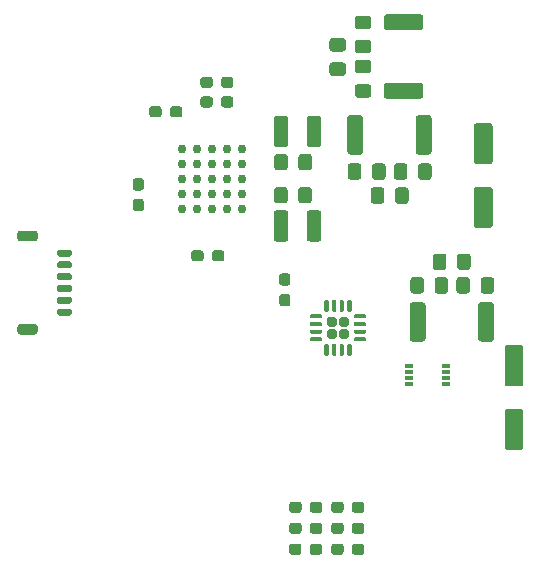
<source format=gbr>
%TF.GenerationSoftware,KiCad,Pcbnew,(5.1.6)-1*%
%TF.CreationDate,2020-12-16T03:52:29+01:00*%
%TF.ProjectId,bms,626d732e-6b69-4636-9164-5f7063625858,rev?*%
%TF.SameCoordinates,Original*%
%TF.FileFunction,Paste,Top*%
%TF.FilePolarity,Positive*%
%FSLAX46Y46*%
G04 Gerber Fmt 4.6, Leading zero omitted, Abs format (unit mm)*
G04 Created by KiCad (PCBNEW (5.1.6)-1) date 2020-12-16 03:52:29*
%MOMM*%
%LPD*%
G01*
G04 APERTURE LIST*
%ADD10C,0.750000*%
%ADD11R,0.800000X0.300000*%
G04 APERTURE END LIST*
%TO.C,C7*%
G36*
G01*
X125250000Y-84550000D02*
X124150000Y-84550000D01*
G75*
G02*
X123900000Y-84300000I0J250000D01*
G01*
X123900000Y-81300000D01*
G75*
G02*
X124150000Y-81050000I250000J0D01*
G01*
X125250000Y-81050000D01*
G75*
G02*
X125500000Y-81300000I0J-250000D01*
G01*
X125500000Y-84300000D01*
G75*
G02*
X125250000Y-84550000I-250000J0D01*
G01*
G37*
G36*
G01*
X125250000Y-89950000D02*
X124150000Y-89950000D01*
G75*
G02*
X123900000Y-89700000I0J250000D01*
G01*
X123900000Y-86700000D01*
G75*
G02*
X124150000Y-86450000I250000J0D01*
G01*
X125250000Y-86450000D01*
G75*
G02*
X125500000Y-86700000I0J-250000D01*
G01*
X125500000Y-89700000D01*
G75*
G02*
X125250000Y-89950000I-250000J0D01*
G01*
G37*
%TD*%
%TO.C,C8*%
G36*
G01*
X126750000Y-99850000D02*
X127850000Y-99850000D01*
G75*
G02*
X128100000Y-100100000I0J-250000D01*
G01*
X128100000Y-103100000D01*
G75*
G02*
X127850000Y-103350000I-250000J0D01*
G01*
X126750000Y-103350000D01*
G75*
G02*
X126500000Y-103100000I0J250000D01*
G01*
X126500000Y-100100000D01*
G75*
G02*
X126750000Y-99850000I250000J0D01*
G01*
G37*
G36*
G01*
X126750000Y-105250000D02*
X127850000Y-105250000D01*
G75*
G02*
X128100000Y-105500000I0J-250000D01*
G01*
X128100000Y-108500000D01*
G75*
G02*
X127850000Y-108750000I-250000J0D01*
G01*
X126750000Y-108750000D01*
G75*
G02*
X126500000Y-108500000I0J250000D01*
G01*
X126500000Y-105500000D01*
G75*
G02*
X126750000Y-105250000I250000J0D01*
G01*
G37*
%TD*%
%TO.C,C10*%
G36*
G01*
X122475000Y-93250001D02*
X122475000Y-92349999D01*
G75*
G02*
X122724999Y-92100000I249999J0D01*
G01*
X123375001Y-92100000D01*
G75*
G02*
X123625000Y-92349999I0J-249999D01*
G01*
X123625000Y-93250001D01*
G75*
G02*
X123375001Y-93500000I-249999J0D01*
G01*
X122724999Y-93500000D01*
G75*
G02*
X122475000Y-93250001I0J249999D01*
G01*
G37*
G36*
G01*
X120425000Y-93250001D02*
X120425000Y-92349999D01*
G75*
G02*
X120674999Y-92100000I249999J0D01*
G01*
X121325001Y-92100000D01*
G75*
G02*
X121575000Y-92349999I0J-249999D01*
G01*
X121575000Y-93250001D01*
G75*
G02*
X121325001Y-93500000I-249999J0D01*
G01*
X120674999Y-93500000D01*
G75*
G02*
X120425000Y-93250001I0J249999D01*
G01*
G37*
%TD*%
%TO.C,C14*%
G36*
G01*
X110204500Y-83915499D02*
X110204500Y-84815501D01*
G75*
G02*
X109954501Y-85065500I-249999J0D01*
G01*
X109304499Y-85065500D01*
G75*
G02*
X109054500Y-84815501I0J249999D01*
G01*
X109054500Y-83915499D01*
G75*
G02*
X109304499Y-83665500I249999J0D01*
G01*
X109954501Y-83665500D01*
G75*
G02*
X110204500Y-83915499I0J-249999D01*
G01*
G37*
G36*
G01*
X108154500Y-83915499D02*
X108154500Y-84815501D01*
G75*
G02*
X107904501Y-85065500I-249999J0D01*
G01*
X107254499Y-85065500D01*
G75*
G02*
X107004500Y-84815501I0J249999D01*
G01*
X107004500Y-83915499D01*
G75*
G02*
X107254499Y-83665500I249999J0D01*
G01*
X107904501Y-83665500D01*
G75*
G02*
X108154500Y-83915499I0J-249999D01*
G01*
G37*
%TD*%
%TO.C,C9*%
G36*
G01*
X115175000Y-87650001D02*
X115175000Y-86749999D01*
G75*
G02*
X115424999Y-86500000I249999J0D01*
G01*
X116075001Y-86500000D01*
G75*
G02*
X116325000Y-86749999I0J-249999D01*
G01*
X116325000Y-87650001D01*
G75*
G02*
X116075001Y-87900000I-249999J0D01*
G01*
X115424999Y-87900000D01*
G75*
G02*
X115175000Y-87650001I0J249999D01*
G01*
G37*
G36*
G01*
X117225000Y-87650001D02*
X117225000Y-86749999D01*
G75*
G02*
X117474999Y-86500000I249999J0D01*
G01*
X118125001Y-86500000D01*
G75*
G02*
X118375000Y-86749999I0J-249999D01*
G01*
X118375000Y-87650001D01*
G75*
G02*
X118125001Y-87900000I-249999J0D01*
G01*
X117474999Y-87900000D01*
G75*
G02*
X117225000Y-87650001I0J249999D01*
G01*
G37*
%TD*%
%TO.C,R21*%
G36*
G01*
X117125000Y-85617501D02*
X117125000Y-84717499D01*
G75*
G02*
X117374999Y-84467500I249999J0D01*
G01*
X118025001Y-84467500D01*
G75*
G02*
X118275000Y-84717499I0J-249999D01*
G01*
X118275000Y-85617501D01*
G75*
G02*
X118025001Y-85867500I-249999J0D01*
G01*
X117374999Y-85867500D01*
G75*
G02*
X117125000Y-85617501I0J249999D01*
G01*
G37*
G36*
G01*
X119175000Y-85617501D02*
X119175000Y-84717499D01*
G75*
G02*
X119424999Y-84467500I249999J0D01*
G01*
X120075001Y-84467500D01*
G75*
G02*
X120325000Y-84717499I0J-249999D01*
G01*
X120325000Y-85617501D01*
G75*
G02*
X120075001Y-85867500I-249999J0D01*
G01*
X119424999Y-85867500D01*
G75*
G02*
X119175000Y-85617501I0J249999D01*
G01*
G37*
%TD*%
%TO.C,R17*%
G36*
G01*
X113180000Y-83481001D02*
X113180000Y-80630999D01*
G75*
G02*
X113429999Y-80381000I249999J0D01*
G01*
X114280001Y-80381000D01*
G75*
G02*
X114530000Y-80630999I0J-249999D01*
G01*
X114530000Y-83481001D01*
G75*
G02*
X114280001Y-83731000I-249999J0D01*
G01*
X113429999Y-83731000D01*
G75*
G02*
X113180000Y-83481001I0J249999D01*
G01*
G37*
G36*
G01*
X118980000Y-83481001D02*
X118980000Y-80630999D01*
G75*
G02*
X119229999Y-80381000I249999J0D01*
G01*
X120080001Y-80381000D01*
G75*
G02*
X120330000Y-80630999I0J-249999D01*
G01*
X120330000Y-83481001D01*
G75*
G02*
X120080001Y-83731000I-249999J0D01*
G01*
X119229999Y-83731000D01*
G75*
G02*
X118980000Y-83481001I0J249999D01*
G01*
G37*
%TD*%
%TO.C,R20*%
G36*
G01*
X114375000Y-84717499D02*
X114375000Y-85617501D01*
G75*
G02*
X114125001Y-85867500I-249999J0D01*
G01*
X113474999Y-85867500D01*
G75*
G02*
X113225000Y-85617501I0J249999D01*
G01*
X113225000Y-84717499D01*
G75*
G02*
X113474999Y-84467500I249999J0D01*
G01*
X114125001Y-84467500D01*
G75*
G02*
X114375000Y-84717499I0J-249999D01*
G01*
G37*
G36*
G01*
X116425000Y-84717499D02*
X116425000Y-85617501D01*
G75*
G02*
X116175001Y-85867500I-249999J0D01*
G01*
X115524999Y-85867500D01*
G75*
G02*
X115275000Y-85617501I0J249999D01*
G01*
X115275000Y-84717499D01*
G75*
G02*
X115524999Y-84467500I249999J0D01*
G01*
X116175001Y-84467500D01*
G75*
G02*
X116425000Y-84717499I0J-249999D01*
G01*
G37*
%TD*%
%TO.C,R23*%
G36*
G01*
X122425000Y-95250001D02*
X122425000Y-94349999D01*
G75*
G02*
X122674999Y-94100000I249999J0D01*
G01*
X123325001Y-94100000D01*
G75*
G02*
X123575000Y-94349999I0J-249999D01*
G01*
X123575000Y-95250001D01*
G75*
G02*
X123325001Y-95500000I-249999J0D01*
G01*
X122674999Y-95500000D01*
G75*
G02*
X122425000Y-95250001I0J249999D01*
G01*
G37*
G36*
G01*
X124475000Y-95250001D02*
X124475000Y-94349999D01*
G75*
G02*
X124724999Y-94100000I249999J0D01*
G01*
X125375001Y-94100000D01*
G75*
G02*
X125625000Y-94349999I0J-249999D01*
G01*
X125625000Y-95250001D01*
G75*
G02*
X125375001Y-95500000I-249999J0D01*
G01*
X124724999Y-95500000D01*
G75*
G02*
X124475000Y-95250001I0J249999D01*
G01*
G37*
%TD*%
%TO.C,R22*%
G36*
G01*
X121725000Y-94349999D02*
X121725000Y-95250001D01*
G75*
G02*
X121475001Y-95500000I-249999J0D01*
G01*
X120824999Y-95500000D01*
G75*
G02*
X120575000Y-95250001I0J249999D01*
G01*
X120575000Y-94349999D01*
G75*
G02*
X120824999Y-94100000I249999J0D01*
G01*
X121475001Y-94100000D01*
G75*
G02*
X121725000Y-94349999I0J-249999D01*
G01*
G37*
G36*
G01*
X119675000Y-94349999D02*
X119675000Y-95250001D01*
G75*
G02*
X119425001Y-95500000I-249999J0D01*
G01*
X118774999Y-95500000D01*
G75*
G02*
X118525000Y-95250001I0J249999D01*
G01*
X118525000Y-94349999D01*
G75*
G02*
X118774999Y-94100000I249999J0D01*
G01*
X119425001Y-94100000D01*
G75*
G02*
X119675000Y-94349999I0J-249999D01*
G01*
G37*
%TD*%
%TO.C,VALID*%
G36*
G01*
X108273000Y-113826500D02*
X108273000Y-113351500D01*
G75*
G02*
X108510500Y-113114000I237500J0D01*
G01*
X109085500Y-113114000D01*
G75*
G02*
X109323000Y-113351500I0J-237500D01*
G01*
X109323000Y-113826500D01*
G75*
G02*
X109085500Y-114064000I-237500J0D01*
G01*
X108510500Y-114064000D01*
G75*
G02*
X108273000Y-113826500I0J237500D01*
G01*
G37*
G36*
G01*
X110023000Y-113826500D02*
X110023000Y-113351500D01*
G75*
G02*
X110260500Y-113114000I237500J0D01*
G01*
X110835500Y-113114000D01*
G75*
G02*
X111073000Y-113351500I0J-237500D01*
G01*
X111073000Y-113826500D01*
G75*
G02*
X110835500Y-114064000I-237500J0D01*
G01*
X110260500Y-114064000D01*
G75*
G02*
X110023000Y-113826500I0J237500D01*
G01*
G37*
%TD*%
%TO.C,F2*%
G36*
G01*
X111004500Y-88688000D02*
X111004500Y-90838000D01*
G75*
G02*
X110754500Y-91088000I-250000J0D01*
G01*
X110004500Y-91088000D01*
G75*
G02*
X109754500Y-90838000I0J250000D01*
G01*
X109754500Y-88688000D01*
G75*
G02*
X110004500Y-88438000I250000J0D01*
G01*
X110754500Y-88438000D01*
G75*
G02*
X111004500Y-88688000I0J-250000D01*
G01*
G37*
G36*
G01*
X108204500Y-88688000D02*
X108204500Y-90838000D01*
G75*
G02*
X107954500Y-91088000I-250000J0D01*
G01*
X107204500Y-91088000D01*
G75*
G02*
X106954500Y-90838000I0J250000D01*
G01*
X106954500Y-88688000D01*
G75*
G02*
X107204500Y-88438000I250000J0D01*
G01*
X107954500Y-88438000D01*
G75*
G02*
X108204500Y-88688000I0J-250000D01*
G01*
G37*
%TD*%
%TO.C,WARN*%
G36*
G01*
X108273000Y-115604500D02*
X108273000Y-115129500D01*
G75*
G02*
X108510500Y-114892000I237500J0D01*
G01*
X109085500Y-114892000D01*
G75*
G02*
X109323000Y-115129500I0J-237500D01*
G01*
X109323000Y-115604500D01*
G75*
G02*
X109085500Y-115842000I-237500J0D01*
G01*
X108510500Y-115842000D01*
G75*
G02*
X108273000Y-115604500I0J237500D01*
G01*
G37*
G36*
G01*
X110023000Y-115604500D02*
X110023000Y-115129500D01*
G75*
G02*
X110260500Y-114892000I237500J0D01*
G01*
X110835500Y-114892000D01*
G75*
G02*
X111073000Y-115129500I0J-237500D01*
G01*
X111073000Y-115604500D01*
G75*
G02*
X110835500Y-115842000I-237500J0D01*
G01*
X110260500Y-115842000D01*
G75*
G02*
X110023000Y-115604500I0J237500D01*
G01*
G37*
%TD*%
%TO.C,C15*%
G36*
G01*
X108136500Y-86709499D02*
X108136500Y-87609501D01*
G75*
G02*
X107886501Y-87859500I-249999J0D01*
G01*
X107236499Y-87859500D01*
G75*
G02*
X106986500Y-87609501I0J249999D01*
G01*
X106986500Y-86709499D01*
G75*
G02*
X107236499Y-86459500I249999J0D01*
G01*
X107886501Y-86459500D01*
G75*
G02*
X108136500Y-86709499I0J-249999D01*
G01*
G37*
G36*
G01*
X110186500Y-86709499D02*
X110186500Y-87609501D01*
G75*
G02*
X109936501Y-87859500I-249999J0D01*
G01*
X109286499Y-87859500D01*
G75*
G02*
X109036500Y-87609501I0J249999D01*
G01*
X109036500Y-86709499D01*
G75*
G02*
X109286499Y-86459500I249999J0D01*
G01*
X109936501Y-86459500D01*
G75*
G02*
X110186500Y-86709499I0J-249999D01*
G01*
G37*
%TD*%
%TO.C,CRIT*%
G36*
G01*
X110009000Y-117382500D02*
X110009000Y-116907500D01*
G75*
G02*
X110246500Y-116670000I237500J0D01*
G01*
X110821500Y-116670000D01*
G75*
G02*
X111059000Y-116907500I0J-237500D01*
G01*
X111059000Y-117382500D01*
G75*
G02*
X110821500Y-117620000I-237500J0D01*
G01*
X110246500Y-117620000D01*
G75*
G02*
X110009000Y-117382500I0J237500D01*
G01*
G37*
G36*
G01*
X108259000Y-117382500D02*
X108259000Y-116907500D01*
G75*
G02*
X108496500Y-116670000I237500J0D01*
G01*
X109071500Y-116670000D01*
G75*
G02*
X109309000Y-116907500I0J-237500D01*
G01*
X109309000Y-117382500D01*
G75*
G02*
X109071500Y-117620000I-237500J0D01*
G01*
X108496500Y-117620000D01*
G75*
G02*
X108259000Y-117382500I0J237500D01*
G01*
G37*
%TD*%
%TO.C,F1*%
G36*
G01*
X108204500Y-80687000D02*
X108204500Y-82837000D01*
G75*
G02*
X107954500Y-83087000I-250000J0D01*
G01*
X107204500Y-83087000D01*
G75*
G02*
X106954500Y-82837000I0J250000D01*
G01*
X106954500Y-80687000D01*
G75*
G02*
X107204500Y-80437000I250000J0D01*
G01*
X107954500Y-80437000D01*
G75*
G02*
X108204500Y-80687000I0J-250000D01*
G01*
G37*
G36*
G01*
X111004500Y-80687000D02*
X111004500Y-82837000D01*
G75*
G02*
X110754500Y-83087000I-250000J0D01*
G01*
X110004500Y-83087000D01*
G75*
G02*
X109754500Y-82837000I0J250000D01*
G01*
X109754500Y-80687000D01*
G75*
G02*
X110004500Y-80437000I250000J0D01*
G01*
X110754500Y-80437000D01*
G75*
G02*
X111004500Y-80687000I0J-250000D01*
G01*
G37*
%TD*%
%TO.C,C12*%
G36*
G01*
X103553000Y-79027000D02*
X103553000Y-79502000D01*
G75*
G02*
X103315500Y-79739500I-237500J0D01*
G01*
X102740500Y-79739500D01*
G75*
G02*
X102503000Y-79502000I0J237500D01*
G01*
X102503000Y-79027000D01*
G75*
G02*
X102740500Y-78789500I237500J0D01*
G01*
X103315500Y-78789500D01*
G75*
G02*
X103553000Y-79027000I0J-237500D01*
G01*
G37*
G36*
G01*
X101803000Y-79027000D02*
X101803000Y-79502000D01*
G75*
G02*
X101565500Y-79739500I-237500J0D01*
G01*
X100990500Y-79739500D01*
G75*
G02*
X100753000Y-79502000I0J237500D01*
G01*
X100753000Y-79027000D01*
G75*
G02*
X100990500Y-78789500I237500J0D01*
G01*
X101565500Y-78789500D01*
G75*
G02*
X101803000Y-79027000I0J-237500D01*
G01*
G37*
%TD*%
%TO.C,R19*%
G36*
G01*
X116529999Y-71852500D02*
X119380001Y-71852500D01*
G75*
G02*
X119630000Y-72102499I0J-249999D01*
G01*
X119630000Y-72952501D01*
G75*
G02*
X119380001Y-73202500I-249999J0D01*
G01*
X116529999Y-73202500D01*
G75*
G02*
X116280000Y-72952501I0J249999D01*
G01*
X116280000Y-72102499D01*
G75*
G02*
X116529999Y-71852500I249999J0D01*
G01*
G37*
G36*
G01*
X116529999Y-77652500D02*
X119380001Y-77652500D01*
G75*
G02*
X119630000Y-77902499I0J-249999D01*
G01*
X119630000Y-78752501D01*
G75*
G02*
X119380001Y-79002500I-249999J0D01*
G01*
X116529999Y-79002500D01*
G75*
G02*
X116280000Y-78752501I0J249999D01*
G01*
X116280000Y-77902499D01*
G75*
G02*
X116529999Y-77652500I249999J0D01*
G01*
G37*
%TD*%
%TO.C,R29*%
G36*
G01*
X97475000Y-79862500D02*
X97475000Y-80337500D01*
G75*
G02*
X97237500Y-80575000I-237500J0D01*
G01*
X96662500Y-80575000D01*
G75*
G02*
X96425000Y-80337500I0J237500D01*
G01*
X96425000Y-79862500D01*
G75*
G02*
X96662500Y-79625000I237500J0D01*
G01*
X97237500Y-79625000D01*
G75*
G02*
X97475000Y-79862500I0J-237500D01*
G01*
G37*
G36*
G01*
X99225000Y-79862500D02*
X99225000Y-80337500D01*
G75*
G02*
X98987500Y-80575000I-237500J0D01*
G01*
X98412500Y-80575000D01*
G75*
G02*
X98175000Y-80337500I0J237500D01*
G01*
X98175000Y-79862500D01*
G75*
G02*
X98412500Y-79625000I237500J0D01*
G01*
X98987500Y-79625000D01*
G75*
G02*
X99225000Y-79862500I0J-237500D01*
G01*
G37*
%TD*%
%TO.C,R27*%
G36*
G01*
X95737500Y-88525000D02*
X95262500Y-88525000D01*
G75*
G02*
X95025000Y-88287500I0J237500D01*
G01*
X95025000Y-87712500D01*
G75*
G02*
X95262500Y-87475000I237500J0D01*
G01*
X95737500Y-87475000D01*
G75*
G02*
X95975000Y-87712500I0J-237500D01*
G01*
X95975000Y-88287500D01*
G75*
G02*
X95737500Y-88525000I-237500J0D01*
G01*
G37*
G36*
G01*
X95737500Y-86775000D02*
X95262500Y-86775000D01*
G75*
G02*
X95025000Y-86537500I0J237500D01*
G01*
X95025000Y-85962500D01*
G75*
G02*
X95262500Y-85725000I237500J0D01*
G01*
X95737500Y-85725000D01*
G75*
G02*
X95975000Y-85962500I0J-237500D01*
G01*
X95975000Y-86537500D01*
G75*
G02*
X95737500Y-86775000I-237500J0D01*
G01*
G37*
%TD*%
D10*
%TO.C,U5*%
X104290000Y-88290000D03*
X104290000Y-87020000D03*
X104290000Y-85750000D03*
X104290000Y-84480000D03*
X104290000Y-83210000D03*
X103020000Y-88290000D03*
X103020000Y-87020000D03*
X103020000Y-85750000D03*
X103020000Y-84480000D03*
X103020000Y-83210000D03*
X101750000Y-88290000D03*
X101750000Y-87020000D03*
X101750000Y-85750000D03*
X101750000Y-84480000D03*
X101750000Y-83210000D03*
X100480000Y-88290000D03*
X100480000Y-87020000D03*
X100480000Y-85750000D03*
X100480000Y-84480000D03*
X100480000Y-83210000D03*
X99210000Y-88290000D03*
X99210000Y-87020000D03*
X99210000Y-85750000D03*
X99210000Y-84480000D03*
X99210000Y-83210000D03*
%TD*%
%TO.C,R28*%
G36*
G01*
X99975000Y-92537500D02*
X99975000Y-92062500D01*
G75*
G02*
X100212500Y-91825000I237500J0D01*
G01*
X100787500Y-91825000D01*
G75*
G02*
X101025000Y-92062500I0J-237500D01*
G01*
X101025000Y-92537500D01*
G75*
G02*
X100787500Y-92775000I-237500J0D01*
G01*
X100212500Y-92775000D01*
G75*
G02*
X99975000Y-92537500I0J237500D01*
G01*
G37*
G36*
G01*
X101725000Y-92537500D02*
X101725000Y-92062500D01*
G75*
G02*
X101962500Y-91825000I237500J0D01*
G01*
X102537500Y-91825000D01*
G75*
G02*
X102775000Y-92062500I0J-237500D01*
G01*
X102775000Y-92537500D01*
G75*
G02*
X102537500Y-92775000I-237500J0D01*
G01*
X101962500Y-92775000D01*
G75*
G02*
X101725000Y-92537500I0J237500D01*
G01*
G37*
%TD*%
%TO.C,R26*%
G36*
G01*
X102503000Y-77851000D02*
X102503000Y-77376000D01*
G75*
G02*
X102740500Y-77138500I237500J0D01*
G01*
X103315500Y-77138500D01*
G75*
G02*
X103553000Y-77376000I0J-237500D01*
G01*
X103553000Y-77851000D01*
G75*
G02*
X103315500Y-78088500I-237500J0D01*
G01*
X102740500Y-78088500D01*
G75*
G02*
X102503000Y-77851000I0J237500D01*
G01*
G37*
G36*
G01*
X100753000Y-77851000D02*
X100753000Y-77376000D01*
G75*
G02*
X100990500Y-77138500I237500J0D01*
G01*
X101565500Y-77138500D01*
G75*
G02*
X101803000Y-77376000I0J-237500D01*
G01*
X101803000Y-77851000D01*
G75*
G02*
X101565500Y-78088500I-237500J0D01*
G01*
X100990500Y-78088500D01*
G75*
G02*
X100753000Y-77851000I0J237500D01*
G01*
G37*
%TD*%
%TO.C,R18*%
G36*
G01*
X124267000Y-99319001D02*
X124267000Y-96468999D01*
G75*
G02*
X124516999Y-96219000I249999J0D01*
G01*
X125367001Y-96219000D01*
G75*
G02*
X125617000Y-96468999I0J-249999D01*
G01*
X125617000Y-99319001D01*
G75*
G02*
X125367001Y-99569000I-249999J0D01*
G01*
X124516999Y-99569000D01*
G75*
G02*
X124267000Y-99319001I0J249999D01*
G01*
G37*
G36*
G01*
X118467000Y-99319001D02*
X118467000Y-96468999D01*
G75*
G02*
X118716999Y-96219000I249999J0D01*
G01*
X119567001Y-96219000D01*
G75*
G02*
X119817000Y-96468999I0J-249999D01*
G01*
X119817000Y-99319001D01*
G75*
G02*
X119567001Y-99569000I-249999J0D01*
G01*
X118716999Y-99569000D01*
G75*
G02*
X118467000Y-99319001I0J249999D01*
G01*
G37*
%TD*%
%TO.C,R30*%
G36*
G01*
X111829000Y-117382500D02*
X111829000Y-116907500D01*
G75*
G02*
X112066500Y-116670000I237500J0D01*
G01*
X112641500Y-116670000D01*
G75*
G02*
X112879000Y-116907500I0J-237500D01*
G01*
X112879000Y-117382500D01*
G75*
G02*
X112641500Y-117620000I-237500J0D01*
G01*
X112066500Y-117620000D01*
G75*
G02*
X111829000Y-117382500I0J237500D01*
G01*
G37*
G36*
G01*
X113579000Y-117382500D02*
X113579000Y-116907500D01*
G75*
G02*
X113816500Y-116670000I237500J0D01*
G01*
X114391500Y-116670000D01*
G75*
G02*
X114629000Y-116907500I0J-237500D01*
G01*
X114629000Y-117382500D01*
G75*
G02*
X114391500Y-117620000I-237500J0D01*
G01*
X113816500Y-117620000D01*
G75*
G02*
X113579000Y-117382500I0J237500D01*
G01*
G37*
%TD*%
D11*
%TO.C,U7*%
X118450000Y-101650000D03*
X118450000Y-102150000D03*
X118450000Y-102650000D03*
X118450000Y-103150000D03*
X121550000Y-103150000D03*
X121550000Y-102650000D03*
X121550000Y-102150000D03*
X121550000Y-101650000D03*
%TD*%
%TO.C,R32*%
G36*
G01*
X113579000Y-113826500D02*
X113579000Y-113351500D01*
G75*
G02*
X113816500Y-113114000I237500J0D01*
G01*
X114391500Y-113114000D01*
G75*
G02*
X114629000Y-113351500I0J-237500D01*
G01*
X114629000Y-113826500D01*
G75*
G02*
X114391500Y-114064000I-237500J0D01*
G01*
X113816500Y-114064000D01*
G75*
G02*
X113579000Y-113826500I0J237500D01*
G01*
G37*
G36*
G01*
X111829000Y-113826500D02*
X111829000Y-113351500D01*
G75*
G02*
X112066500Y-113114000I237500J0D01*
G01*
X112641500Y-113114000D01*
G75*
G02*
X112879000Y-113351500I0J-237500D01*
G01*
X112879000Y-113826500D01*
G75*
G02*
X112641500Y-114064000I-237500J0D01*
G01*
X112066500Y-114064000D01*
G75*
G02*
X111829000Y-113826500I0J237500D01*
G01*
G37*
%TD*%
%TO.C,R31*%
G36*
G01*
X113579000Y-115604500D02*
X113579000Y-115129500D01*
G75*
G02*
X113816500Y-114892000I237500J0D01*
G01*
X114391500Y-114892000D01*
G75*
G02*
X114629000Y-115129500I0J-237500D01*
G01*
X114629000Y-115604500D01*
G75*
G02*
X114391500Y-115842000I-237500J0D01*
G01*
X113816500Y-115842000D01*
G75*
G02*
X113579000Y-115604500I0J237500D01*
G01*
G37*
G36*
G01*
X111829000Y-115604500D02*
X111829000Y-115129500D01*
G75*
G02*
X112066500Y-114892000I237500J0D01*
G01*
X112641500Y-114892000D01*
G75*
G02*
X112879000Y-115129500I0J-237500D01*
G01*
X112879000Y-115604500D01*
G75*
G02*
X112641500Y-115842000I-237500J0D01*
G01*
X112066500Y-115842000D01*
G75*
G02*
X111829000Y-115604500I0J237500D01*
G01*
G37*
%TD*%
%TO.C,C11*%
G36*
G01*
X111916999Y-73861000D02*
X112817001Y-73861000D01*
G75*
G02*
X113067000Y-74110999I0J-249999D01*
G01*
X113067000Y-74761001D01*
G75*
G02*
X112817001Y-75011000I-249999J0D01*
G01*
X111916999Y-75011000D01*
G75*
G02*
X111667000Y-74761001I0J249999D01*
G01*
X111667000Y-74110999D01*
G75*
G02*
X111916999Y-73861000I249999J0D01*
G01*
G37*
G36*
G01*
X111916999Y-75911000D02*
X112817001Y-75911000D01*
G75*
G02*
X113067000Y-76160999I0J-249999D01*
G01*
X113067000Y-76811001D01*
G75*
G02*
X112817001Y-77061000I-249999J0D01*
G01*
X111916999Y-77061000D01*
G75*
G02*
X111667000Y-76811001I0J249999D01*
G01*
X111667000Y-76160999D01*
G75*
G02*
X111916999Y-75911000I249999J0D01*
G01*
G37*
%TD*%
%TO.C,C13*%
G36*
G01*
X107662500Y-93775000D02*
X108137500Y-93775000D01*
G75*
G02*
X108375000Y-94012500I0J-237500D01*
G01*
X108375000Y-94587500D01*
G75*
G02*
X108137500Y-94825000I-237500J0D01*
G01*
X107662500Y-94825000D01*
G75*
G02*
X107425000Y-94587500I0J237500D01*
G01*
X107425000Y-94012500D01*
G75*
G02*
X107662500Y-93775000I237500J0D01*
G01*
G37*
G36*
G01*
X107662500Y-95525000D02*
X108137500Y-95525000D01*
G75*
G02*
X108375000Y-95762500I0J-237500D01*
G01*
X108375000Y-96337500D01*
G75*
G02*
X108137500Y-96575000I-237500J0D01*
G01*
X107662500Y-96575000D01*
G75*
G02*
X107425000Y-96337500I0J237500D01*
G01*
X107425000Y-95762500D01*
G75*
G02*
X107662500Y-95525000I237500J0D01*
G01*
G37*
%TD*%
%TO.C,J1*%
G36*
G01*
X85492000Y-98061500D02*
X86742000Y-98061500D01*
G75*
G02*
X86967000Y-98286500I0J-225000D01*
G01*
X86967000Y-98736500D01*
G75*
G02*
X86742000Y-98961500I-225000J0D01*
G01*
X85492000Y-98961500D01*
G75*
G02*
X85267000Y-98736500I0J225000D01*
G01*
X85267000Y-98286500D01*
G75*
G02*
X85492000Y-98061500I225000J0D01*
G01*
G37*
G36*
G01*
X85492000Y-90161500D02*
X86742000Y-90161500D01*
G75*
G02*
X86967000Y-90386500I0J-225000D01*
G01*
X86967000Y-90836500D01*
G75*
G02*
X86742000Y-91061500I-225000J0D01*
G01*
X85492000Y-91061500D01*
G75*
G02*
X85267000Y-90836500I0J225000D01*
G01*
X85267000Y-90386500D01*
G75*
G02*
X85492000Y-90161500I225000J0D01*
G01*
G37*
G36*
G01*
X88767000Y-96761500D02*
X89717000Y-96761500D01*
G75*
G02*
X89867000Y-96911500I0J-150000D01*
G01*
X89867000Y-97211500D01*
G75*
G02*
X89717000Y-97361500I-150000J0D01*
G01*
X88767000Y-97361500D01*
G75*
G02*
X88617000Y-97211500I0J150000D01*
G01*
X88617000Y-96911500D01*
G75*
G02*
X88767000Y-96761500I150000J0D01*
G01*
G37*
G36*
G01*
X88767000Y-95761500D02*
X89717000Y-95761500D01*
G75*
G02*
X89867000Y-95911500I0J-150000D01*
G01*
X89867000Y-96211500D01*
G75*
G02*
X89717000Y-96361500I-150000J0D01*
G01*
X88767000Y-96361500D01*
G75*
G02*
X88617000Y-96211500I0J150000D01*
G01*
X88617000Y-95911500D01*
G75*
G02*
X88767000Y-95761500I150000J0D01*
G01*
G37*
G36*
G01*
X88767000Y-94761500D02*
X89717000Y-94761500D01*
G75*
G02*
X89867000Y-94911500I0J-150000D01*
G01*
X89867000Y-95211500D01*
G75*
G02*
X89717000Y-95361500I-150000J0D01*
G01*
X88767000Y-95361500D01*
G75*
G02*
X88617000Y-95211500I0J150000D01*
G01*
X88617000Y-94911500D01*
G75*
G02*
X88767000Y-94761500I150000J0D01*
G01*
G37*
G36*
G01*
X88767000Y-93761500D02*
X89717000Y-93761500D01*
G75*
G02*
X89867000Y-93911500I0J-150000D01*
G01*
X89867000Y-94211500D01*
G75*
G02*
X89717000Y-94361500I-150000J0D01*
G01*
X88767000Y-94361500D01*
G75*
G02*
X88617000Y-94211500I0J150000D01*
G01*
X88617000Y-93911500D01*
G75*
G02*
X88767000Y-93761500I150000J0D01*
G01*
G37*
G36*
G01*
X88767000Y-92761500D02*
X89717000Y-92761500D01*
G75*
G02*
X89867000Y-92911500I0J-150000D01*
G01*
X89867000Y-93211500D01*
G75*
G02*
X89717000Y-93361500I-150000J0D01*
G01*
X88767000Y-93361500D01*
G75*
G02*
X88617000Y-93211500I0J150000D01*
G01*
X88617000Y-92911500D01*
G75*
G02*
X88767000Y-92761500I150000J0D01*
G01*
G37*
G36*
G01*
X88767000Y-91761500D02*
X89717000Y-91761500D01*
G75*
G02*
X89867000Y-91911500I0J-150000D01*
G01*
X89867000Y-92211500D01*
G75*
G02*
X89717000Y-92361500I-150000J0D01*
G01*
X88767000Y-92361500D01*
G75*
G02*
X88617000Y-92211500I0J150000D01*
G01*
X88617000Y-91911500D01*
G75*
G02*
X88767000Y-91761500I150000J0D01*
G01*
G37*
%TD*%
%TO.C,R24*%
G36*
G01*
X114976001Y-75156000D02*
X114075999Y-75156000D01*
G75*
G02*
X113826000Y-74906001I0J249999D01*
G01*
X113826000Y-74255999D01*
G75*
G02*
X114075999Y-74006000I249999J0D01*
G01*
X114976001Y-74006000D01*
G75*
G02*
X115226000Y-74255999I0J-249999D01*
G01*
X115226000Y-74906001D01*
G75*
G02*
X114976001Y-75156000I-249999J0D01*
G01*
G37*
G36*
G01*
X114976001Y-73106000D02*
X114075999Y-73106000D01*
G75*
G02*
X113826000Y-72856001I0J249999D01*
G01*
X113826000Y-72205999D01*
G75*
G02*
X114075999Y-71956000I249999J0D01*
G01*
X114976001Y-71956000D01*
G75*
G02*
X115226000Y-72205999I0J-249999D01*
G01*
X115226000Y-72856001D01*
G75*
G02*
X114976001Y-73106000I-249999J0D01*
G01*
G37*
%TD*%
%TO.C,R25*%
G36*
G01*
X114075999Y-77752500D02*
X114976001Y-77752500D01*
G75*
G02*
X115226000Y-78002499I0J-249999D01*
G01*
X115226000Y-78652501D01*
G75*
G02*
X114976001Y-78902500I-249999J0D01*
G01*
X114075999Y-78902500D01*
G75*
G02*
X113826000Y-78652501I0J249999D01*
G01*
X113826000Y-78002499D01*
G75*
G02*
X114075999Y-77752500I249999J0D01*
G01*
G37*
G36*
G01*
X114075999Y-75702500D02*
X114976001Y-75702500D01*
G75*
G02*
X115226000Y-75952499I0J-249999D01*
G01*
X115226000Y-76602501D01*
G75*
G02*
X114976001Y-76852500I-249999J0D01*
G01*
X114075999Y-76852500D01*
G75*
G02*
X113826000Y-76602501I0J249999D01*
G01*
X113826000Y-75952499D01*
G75*
G02*
X114075999Y-75702500I249999J0D01*
G01*
G37*
%TD*%
%TO.C,U6*%
G36*
G01*
X110025000Y-97512500D02*
X110025000Y-97337500D01*
G75*
G02*
X110112500Y-97250000I87500J0D01*
G01*
X110962500Y-97250000D01*
G75*
G02*
X111050000Y-97337500I0J-87500D01*
G01*
X111050000Y-97512500D01*
G75*
G02*
X110962500Y-97600000I-87500J0D01*
G01*
X110112500Y-97600000D01*
G75*
G02*
X110025000Y-97512500I0J87500D01*
G01*
G37*
G36*
G01*
X110025000Y-98162500D02*
X110025000Y-97987500D01*
G75*
G02*
X110112500Y-97900000I87500J0D01*
G01*
X110962500Y-97900000D01*
G75*
G02*
X111050000Y-97987500I0J-87500D01*
G01*
X111050000Y-98162500D01*
G75*
G02*
X110962500Y-98250000I-87500J0D01*
G01*
X110112500Y-98250000D01*
G75*
G02*
X110025000Y-98162500I0J87500D01*
G01*
G37*
G36*
G01*
X110025000Y-98812500D02*
X110025000Y-98637500D01*
G75*
G02*
X110112500Y-98550000I87500J0D01*
G01*
X110962500Y-98550000D01*
G75*
G02*
X111050000Y-98637500I0J-87500D01*
G01*
X111050000Y-98812500D01*
G75*
G02*
X110962500Y-98900000I-87500J0D01*
G01*
X110112500Y-98900000D01*
G75*
G02*
X110025000Y-98812500I0J87500D01*
G01*
G37*
G36*
G01*
X110025000Y-99462500D02*
X110025000Y-99287500D01*
G75*
G02*
X110112500Y-99200000I87500J0D01*
G01*
X110962500Y-99200000D01*
G75*
G02*
X111050000Y-99287500I0J-87500D01*
G01*
X111050000Y-99462500D01*
G75*
G02*
X110962500Y-99550000I-87500J0D01*
G01*
X110112500Y-99550000D01*
G75*
G02*
X110025000Y-99462500I0J87500D01*
G01*
G37*
G36*
G01*
X111250000Y-100687500D02*
X111250000Y-99837500D01*
G75*
G02*
X111337500Y-99750000I87500J0D01*
G01*
X111512500Y-99750000D01*
G75*
G02*
X111600000Y-99837500I0J-87500D01*
G01*
X111600000Y-100687500D01*
G75*
G02*
X111512500Y-100775000I-87500J0D01*
G01*
X111337500Y-100775000D01*
G75*
G02*
X111250000Y-100687500I0J87500D01*
G01*
G37*
G36*
G01*
X111900000Y-100687500D02*
X111900000Y-99837500D01*
G75*
G02*
X111987500Y-99750000I87500J0D01*
G01*
X112162500Y-99750000D01*
G75*
G02*
X112250000Y-99837500I0J-87500D01*
G01*
X112250000Y-100687500D01*
G75*
G02*
X112162500Y-100775000I-87500J0D01*
G01*
X111987500Y-100775000D01*
G75*
G02*
X111900000Y-100687500I0J87500D01*
G01*
G37*
G36*
G01*
X112550000Y-100687500D02*
X112550000Y-99837500D01*
G75*
G02*
X112637500Y-99750000I87500J0D01*
G01*
X112812500Y-99750000D01*
G75*
G02*
X112900000Y-99837500I0J-87500D01*
G01*
X112900000Y-100687500D01*
G75*
G02*
X112812500Y-100775000I-87500J0D01*
G01*
X112637500Y-100775000D01*
G75*
G02*
X112550000Y-100687500I0J87500D01*
G01*
G37*
G36*
G01*
X113200000Y-100687500D02*
X113200000Y-99837500D01*
G75*
G02*
X113287500Y-99750000I87500J0D01*
G01*
X113462500Y-99750000D01*
G75*
G02*
X113550000Y-99837500I0J-87500D01*
G01*
X113550000Y-100687500D01*
G75*
G02*
X113462500Y-100775000I-87500J0D01*
G01*
X113287500Y-100775000D01*
G75*
G02*
X113200000Y-100687500I0J87500D01*
G01*
G37*
G36*
G01*
X113750000Y-99462500D02*
X113750000Y-99287500D01*
G75*
G02*
X113837500Y-99200000I87500J0D01*
G01*
X114687500Y-99200000D01*
G75*
G02*
X114775000Y-99287500I0J-87500D01*
G01*
X114775000Y-99462500D01*
G75*
G02*
X114687500Y-99550000I-87500J0D01*
G01*
X113837500Y-99550000D01*
G75*
G02*
X113750000Y-99462500I0J87500D01*
G01*
G37*
G36*
G01*
X113750000Y-98812500D02*
X113750000Y-98637500D01*
G75*
G02*
X113837500Y-98550000I87500J0D01*
G01*
X114687500Y-98550000D01*
G75*
G02*
X114775000Y-98637500I0J-87500D01*
G01*
X114775000Y-98812500D01*
G75*
G02*
X114687500Y-98900000I-87500J0D01*
G01*
X113837500Y-98900000D01*
G75*
G02*
X113750000Y-98812500I0J87500D01*
G01*
G37*
G36*
G01*
X113750000Y-98162500D02*
X113750000Y-97987500D01*
G75*
G02*
X113837500Y-97900000I87500J0D01*
G01*
X114687500Y-97900000D01*
G75*
G02*
X114775000Y-97987500I0J-87500D01*
G01*
X114775000Y-98162500D01*
G75*
G02*
X114687500Y-98250000I-87500J0D01*
G01*
X113837500Y-98250000D01*
G75*
G02*
X113750000Y-98162500I0J87500D01*
G01*
G37*
G36*
G01*
X113750000Y-97512500D02*
X113750000Y-97337500D01*
G75*
G02*
X113837500Y-97250000I87500J0D01*
G01*
X114687500Y-97250000D01*
G75*
G02*
X114775000Y-97337500I0J-87500D01*
G01*
X114775000Y-97512500D01*
G75*
G02*
X114687500Y-97600000I-87500J0D01*
G01*
X113837500Y-97600000D01*
G75*
G02*
X113750000Y-97512500I0J87500D01*
G01*
G37*
G36*
G01*
X113200000Y-96962500D02*
X113200000Y-96112500D01*
G75*
G02*
X113287500Y-96025000I87500J0D01*
G01*
X113462500Y-96025000D01*
G75*
G02*
X113550000Y-96112500I0J-87500D01*
G01*
X113550000Y-96962500D01*
G75*
G02*
X113462500Y-97050000I-87500J0D01*
G01*
X113287500Y-97050000D01*
G75*
G02*
X113200000Y-96962500I0J87500D01*
G01*
G37*
G36*
G01*
X112550000Y-96962500D02*
X112550000Y-96112500D01*
G75*
G02*
X112637500Y-96025000I87500J0D01*
G01*
X112812500Y-96025000D01*
G75*
G02*
X112900000Y-96112500I0J-87500D01*
G01*
X112900000Y-96962500D01*
G75*
G02*
X112812500Y-97050000I-87500J0D01*
G01*
X112637500Y-97050000D01*
G75*
G02*
X112550000Y-96962500I0J87500D01*
G01*
G37*
G36*
G01*
X111900000Y-96962500D02*
X111900000Y-96112500D01*
G75*
G02*
X111987500Y-96025000I87500J0D01*
G01*
X112162500Y-96025000D01*
G75*
G02*
X112250000Y-96112500I0J-87500D01*
G01*
X112250000Y-96962500D01*
G75*
G02*
X112162500Y-97050000I-87500J0D01*
G01*
X111987500Y-97050000D01*
G75*
G02*
X111900000Y-96962500I0J87500D01*
G01*
G37*
G36*
G01*
X111250000Y-96962500D02*
X111250000Y-96112500D01*
G75*
G02*
X111337500Y-96025000I87500J0D01*
G01*
X111512500Y-96025000D01*
G75*
G02*
X111600000Y-96112500I0J-87500D01*
G01*
X111600000Y-96962500D01*
G75*
G02*
X111512500Y-97050000I-87500J0D01*
G01*
X111337500Y-97050000D01*
G75*
G02*
X111250000Y-96962500I0J87500D01*
G01*
G37*
G36*
G01*
X111450000Y-98087500D02*
X111450000Y-97662500D01*
G75*
G02*
X111662500Y-97450000I212500J0D01*
G01*
X112087500Y-97450000D01*
G75*
G02*
X112300000Y-97662500I0J-212500D01*
G01*
X112300000Y-98087500D01*
G75*
G02*
X112087500Y-98300000I-212500J0D01*
G01*
X111662500Y-98300000D01*
G75*
G02*
X111450000Y-98087500I0J212500D01*
G01*
G37*
G36*
G01*
X111450000Y-99137500D02*
X111450000Y-98712500D01*
G75*
G02*
X111662500Y-98500000I212500J0D01*
G01*
X112087500Y-98500000D01*
G75*
G02*
X112300000Y-98712500I0J-212500D01*
G01*
X112300000Y-99137500D01*
G75*
G02*
X112087500Y-99350000I-212500J0D01*
G01*
X111662500Y-99350000D01*
G75*
G02*
X111450000Y-99137500I0J212500D01*
G01*
G37*
G36*
G01*
X112500000Y-98087500D02*
X112500000Y-97662500D01*
G75*
G02*
X112712500Y-97450000I212500J0D01*
G01*
X113137500Y-97450000D01*
G75*
G02*
X113350000Y-97662500I0J-212500D01*
G01*
X113350000Y-98087500D01*
G75*
G02*
X113137500Y-98300000I-212500J0D01*
G01*
X112712500Y-98300000D01*
G75*
G02*
X112500000Y-98087500I0J212500D01*
G01*
G37*
G36*
G01*
X112500000Y-99137500D02*
X112500000Y-98712500D01*
G75*
G02*
X112712500Y-98500000I212500J0D01*
G01*
X113137500Y-98500000D01*
G75*
G02*
X113350000Y-98712500I0J-212500D01*
G01*
X113350000Y-99137500D01*
G75*
G02*
X113137500Y-99350000I-212500J0D01*
G01*
X112712500Y-99350000D01*
G75*
G02*
X112500000Y-99137500I0J212500D01*
G01*
G37*
%TD*%
M02*

</source>
